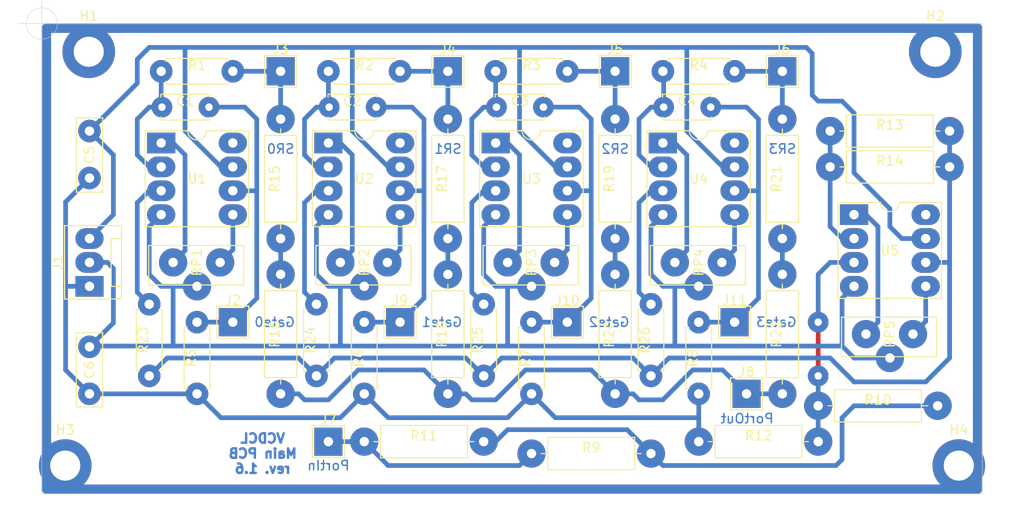
<source format=kicad_pcb>
(kicad_pcb (version 20171130) (host pcbnew 5.1.10-88a1d61d58~90~ubuntu20.04.1)
  (layers (0 F.Cu signal) (31 B.Cu signal) (34 B.Paste user) (35 F.Paste user) (36 B.SilkS user) (37 F.SilkS user) (38 B.Mask user) (39 F.Mask user) (44 Edge.Cuts user))
  (net 0 "")
  (net 1 Gate3)
  (net 2 Gate2)
  (net 3 Gate1)
  (net 4 Gate0)
  (net 5 SR3)
  (net 6 SR2)
  (net 7 SR1)
  (net 8 SR0)
  (net 9 V-)
  (net 10 V+)
  (net 11 Vref)
  (net 12 "Net-(C3-Pad2)")
  (net 13 "Net-(C4-Pad2)")
  (net 14 "Net-(RP1-Pad3)")
  (net 15 "Net-(RP1-Pad1)")
  (net 16 "Net-(RP2-Pad3)")
  (net 17 "Net-(RP2-Pad1)")
  (net 18 "Net-(RP3-Pad3)")
  (net 19 "Net-(RP3-Pad1)")
  (net 20 "Net-(RP4-Pad3)")
  (net 21 "Net-(RP4-Pad1)")
  (net 22 "Net-(C1-Pad2)")
  (net 23 "Net-(C2-Pad2)")
  (net 24 PortIn)
  (net 25 PortOut)
  (net 26 "Net-(R10-Pad2)")
  (net 27 "Net-(R10-Pad1)")
  (net 28 "Net-(R13-Pad2)")
  (net 29 "Net-(R15-Pad1)")
  (net 30 "Net-(R17-Pad1)")
  (net 31 "Net-(R19-Pad1)")
  (net 32 "Net-(R21-Pad1)")
  (net 33 "Net-(RP5-Pad3)")
  (net 34 "Net-(RP5-Pad1)")
  (net 35 GND)
  (net 36 "Net-(R23-Pad1)")
  (net 37 "Net-(R24-Pad1)")
  (net 38 "Net-(R25-Pad1)")
  (net 39 "Net-(R26-Pad1)")
  (module _сustom:Logo_Ozen_7.0x9.0 (layer F.Cu) (at 66.83 109.85)
    (fp_text reference G*** hide)
    (fp_text value LOGO hide)
  )
  (module _сustom:LUT_R_L6.3mm_D2.5mm_P7.62mm_Horizontal (layer F.Cu) (at 120.17 95.245 270)
    (fp_text reference R26 (at 3.81 0.635 90) (layer F.SilkS))
    (fp_text value 470)
    (pad 2 thru_hole oval (at 7.62 0 270) (size 2.4 2.4) (drill 1) (layers *.Cu *.Mask) (net 11 Vref))
    (pad 1 thru_hole oval (at 0 0 270) (size 2.4 2.4) (drill 1) (layers *.Cu *.Mask) (net 39 "Net-(R26-Pad1)"))
  )
  (module _сustom:LUT_R_L6.3mm_D2.5mm_P7.62mm_Horizontal (layer F.Cu) (at 102.39 95.245 270)
    (fp_text reference R25 (at 3.81 0.635 90) (layer F.SilkS))
    (fp_text value 470)
    (pad 2 thru_hole oval (at 7.62 0 270) (size 2.4 2.4) (drill 1) (layers *.Cu *.Mask) (net 11 Vref))
    (pad 1 thru_hole oval (at 0 0 270) (size 2.4 2.4) (drill 1) (layers *.Cu *.Mask) (net 38 "Net-(R25-Pad1)"))
  )
  (module _сustom:LUT_R_L6.3mm_D2.5mm_P7.62mm_Horizontal (layer F.Cu) (at 84.61 95.245 270)
    (fp_text reference R24 (at 3.81 0.635 90) (layer F.SilkS))
    (fp_text value 470)
    (pad 2 thru_hole oval (at 7.62 0 270) (size 2.4 2.4) (drill 1) (layers *.Cu *.Mask) (net 11 Vref))
    (pad 1 thru_hole oval (at 0 0 270) (size 2.4 2.4) (drill 1) (layers *.Cu *.Mask) (net 37 "Net-(R24-Pad1)"))
  )
  (module _сustom:LUT_R_L6.3mm_D2.5mm_P7.62mm_Horizontal (layer F.Cu) (at 66.83 95.245 270)
    (fp_text reference R23 (at 3.81 0.635 90) (layer F.SilkS))
    (fp_text value 470)
    (pad 2 thru_hole oval (at 7.62 0 270) (size 2.4 2.4) (drill 1) (layers *.Cu *.Mask) (net 11 Vref))
    (pad 1 thru_hole oval (at 0 0 270) (size 2.4 2.4) (drill 1) (layers *.Cu *.Mask) (net 36 "Net-(R23-Pad1)"))
  )
  (module MountingHole:MountingHole_3.2mm_M3_DIN965_Pad (layer F.Cu) (at 152.9 112.4)
    (fp_text reference H4 (at 0 -3.8) (layer F.SilkS))
    (fp_text value MountingHole_Pad)
    (pad 1 thru_hole circle (at 0 0) (size 5.6 5.6) (drill 3.2) (layers *.Cu *.Mask))
  )
  (module MountingHole:MountingHole_3.2mm_M3_DIN965_Pad (layer F.Cu) (at 57.9 112.4)
    (fp_text reference H3 (at 0 -3.8) (layer F.SilkS))
    (fp_text value MountingHole_Pad)
    (pad 1 thru_hole circle (at 0 0) (size 5.6 5.6) (drill 3.2) (layers *.Cu *.Mask))
  )
  (module MountingHole:MountingHole_3.2mm_M3_DIN965_Pad (layer F.Cu) (at 150.4 68.4)
    (fp_text reference H2 (at 0 -3.8) (layer F.SilkS))
    (fp_text value MountingHole_Pad)
    (pad 1 thru_hole circle (at 0 0) (size 5.6 5.6) (drill 3.2) (layers *.Cu *.Mask))
  )
  (module MountingHole:MountingHole_3.2mm_M3_DIN965_Pad (layer F.Cu) (at 60.4 68.4)
    (fp_text reference H1 (at 0 -3.8) (layer F.SilkS))
    (fp_text value MountingHole_Pad)
    (pad 1 thru_hole circle (at 0 0) (size 5.6 5.6) (drill 3.2) (layers *.Cu *.Mask))
  )
  (module _сustom:LUT_PinHeader_1x01_P2.54mm_Vertical (layer F.Cu) (at 129.06 97.15)
    (fp_text reference J11 (at 0 -2.33) (layer F.SilkS))
    (fp_text value Conn_01x01_Male)
    (pad 1 thru_hole rect (at 0 0) (size 3 3) (drill 1) (layers *.Cu *.Mask) (net 1 Gate3))
  )
  (module _сustom:LUT_PinHeader_1x01_P2.54mm_Vertical (layer F.Cu) (at 111.28 97.15)
    (fp_text reference J10 (at 0 -2.33) (layer F.SilkS))
    (fp_text value Conn_01x01_Male)
    (pad 1 thru_hole rect (at 0 0) (size 3 3) (drill 1) (layers *.Cu *.Mask) (net 2 Gate2))
  )
  (module _сustom:LUT_PinHeader_1x01_P2.54mm_Vertical (layer F.Cu) (at 93.5 97.15)
    (fp_text reference J9 (at 0 -2.33) (layer F.SilkS))
    (fp_text value Conn_01x01_Male)
    (pad 1 thru_hole rect (at 0 0) (size 3 3) (drill 1) (layers *.Cu *.Mask) (net 3 Gate1))
  )
  (module _сustom:LUT_PinHeader_1x01_P2.54mm_Vertical (layer F.Cu) (at 75.72 97.15)
    (fp_text reference J2 (at 0 -2.33) (layer F.SilkS))
    (fp_text value Conn_01x01_Male)
    (pad 1 thru_hole rect (at 0 0) (size 3 3) (drill 1) (layers *.Cu *.Mask) (net 4 Gate0))
  )
  (module _сustom:LUT_DIP-8 (layer F.Cu) (at 141.76 85.72)
    (fp_text reference U5 (at 3.81 3.81) (layer F.SilkS))
    (fp_text value LM741)
    (pad 8 thru_hole oval (at 7.62 0) (size 3 2.2) (drill 1) (layers *.Cu *.Mask))
    (pad 4 thru_hole oval (at 0 7.62) (size 3 2.2) (drill 1) (layers *.Cu *.Mask) (net 9 V-))
    (pad 7 thru_hole oval (at 7.62 2.54) (size 3 2.2) (drill 1) (layers *.Cu *.Mask) (net 10 V+))
    (pad 3 thru_hole oval (at 0 5.08) (size 3 2.2) (drill 1) (layers *.Cu *.Mask) (net 27 "Net-(R10-Pad1)"))
    (pad 6 thru_hole oval (at 7.62 5.08) (size 3 2.2) (drill 1) (layers *.Cu *.Mask) (net 11 Vref))
    (pad 2 thru_hole oval (at 0 2.54) (size 3 2.2) (drill 1) (layers *.Cu *.Mask) (net 28 "Net-(R13-Pad2)"))
    (pad 5 thru_hole oval (at 7.62 7.62) (size 3 2.2) (drill 1) (layers *.Cu *.Mask) (net 33 "Net-(RP5-Pad3)"))
    (pad 1 thru_hole rect (at 0 0) (size 3 2.2) (drill 1) (layers *.Cu *.Mask) (net 34 "Net-(RP5-Pad1)"))
  )
  (module _сustom:LUT_DIP-8 (layer F.Cu) (at 121.44 78.1)
    (fp_text reference U4 (at 3.81 3.81) (layer F.SilkS))
    (fp_text value LM741)
    (pad 8 thru_hole oval (at 7.62 0) (size 3 2.2) (drill 1) (layers *.Cu *.Mask))
    (pad 4 thru_hole oval (at 0 7.62) (size 3 2.2) (drill 1) (layers *.Cu *.Mask) (net 9 V-))
    (pad 7 thru_hole oval (at 7.62 2.54) (size 3 2.2) (drill 1) (layers *.Cu *.Mask) (net 10 V+))
    (pad 3 thru_hole oval (at 0 5.08) (size 3 2.2) (drill 1) (layers *.Cu *.Mask) (net 39 "Net-(R26-Pad1)"))
    (pad 6 thru_hole oval (at 7.62 5.08) (size 3 2.2) (drill 1) (layers *.Cu *.Mask) (net 1 Gate3))
    (pad 2 thru_hole oval (at 0 2.54) (size 3 2.2) (drill 1) (layers *.Cu *.Mask) (net 13 "Net-(C4-Pad2)"))
    (pad 5 thru_hole oval (at 7.62 7.62) (size 3 2.2) (drill 1) (layers *.Cu *.Mask) (net 20 "Net-(RP4-Pad3)"))
    (pad 1 thru_hole rect (at 0 0) (size 3 2.2) (drill 1) (layers *.Cu *.Mask) (net 21 "Net-(RP4-Pad1)"))
  )
  (module _сustom:LUT_DIP-8 (layer F.Cu) (at 103.66 78.1)
    (fp_text reference U3 (at 3.81 3.81) (layer F.SilkS))
    (fp_text value LM741)
    (pad 8 thru_hole oval (at 7.62 0) (size 3 2.2) (drill 1) (layers *.Cu *.Mask))
    (pad 4 thru_hole oval (at 0 7.62) (size 3 2.2) (drill 1) (layers *.Cu *.Mask) (net 9 V-))
    (pad 7 thru_hole oval (at 7.62 2.54) (size 3 2.2) (drill 1) (layers *.Cu *.Mask) (net 10 V+))
    (pad 3 thru_hole oval (at 0 5.08) (size 3 2.2) (drill 1) (layers *.Cu *.Mask) (net 38 "Net-(R25-Pad1)"))
    (pad 6 thru_hole oval (at 7.62 5.08) (size 3 2.2) (drill 1) (layers *.Cu *.Mask) (net 2 Gate2))
    (pad 2 thru_hole oval (at 0 2.54) (size 3 2.2) (drill 1) (layers *.Cu *.Mask) (net 12 "Net-(C3-Pad2)"))
    (pad 5 thru_hole oval (at 7.62 7.62) (size 3 2.2) (drill 1) (layers *.Cu *.Mask) (net 18 "Net-(RP3-Pad3)"))
    (pad 1 thru_hole rect (at 0 0) (size 3 2.2) (drill 1) (layers *.Cu *.Mask) (net 19 "Net-(RP3-Pad1)"))
  )
  (module _сustom:LUT_DIP-8 (layer F.Cu) (at 85.88 78.1)
    (fp_text reference U2 (at 3.81 3.81) (layer F.SilkS))
    (fp_text value LM741)
    (pad 8 thru_hole oval (at 7.62 0) (size 3 2.2) (drill 1) (layers *.Cu *.Mask))
    (pad 4 thru_hole oval (at 0 7.62) (size 3 2.2) (drill 1) (layers *.Cu *.Mask) (net 9 V-))
    (pad 7 thru_hole oval (at 7.62 2.54) (size 3 2.2) (drill 1) (layers *.Cu *.Mask) (net 10 V+))
    (pad 3 thru_hole oval (at 0 5.08) (size 3 2.2) (drill 1) (layers *.Cu *.Mask) (net 37 "Net-(R24-Pad1)"))
    (pad 6 thru_hole oval (at 7.62 5.08) (size 3 2.2) (drill 1) (layers *.Cu *.Mask) (net 3 Gate1))
    (pad 2 thru_hole oval (at 0 2.54) (size 3 2.2) (drill 1) (layers *.Cu *.Mask) (net 23 "Net-(C2-Pad2)"))
    (pad 5 thru_hole oval (at 7.62 7.62) (size 3 2.2) (drill 1) (layers *.Cu *.Mask) (net 16 "Net-(RP2-Pad3)"))
    (pad 1 thru_hole rect (at 0 0) (size 3 2.2) (drill 1) (layers *.Cu *.Mask) (net 17 "Net-(RP2-Pad1)"))
  )
  (module _сustom:LUT_DIP-8 (layer F.Cu) (at 68.1 78.1)
    (fp_text reference U1 (at 3.81 3.81) (layer F.SilkS))
    (fp_text value LM741)
    (pad 8 thru_hole oval (at 7.62 0) (size 3 2.2) (drill 1) (layers *.Cu *.Mask))
    (pad 4 thru_hole oval (at 0 7.62) (size 3 2.2) (drill 1) (layers *.Cu *.Mask) (net 9 V-))
    (pad 7 thru_hole oval (at 7.62 2.54) (size 3 2.2) (drill 1) (layers *.Cu *.Mask) (net 10 V+))
    (pad 3 thru_hole oval (at 0 5.08) (size 3 2.2) (drill 1) (layers *.Cu *.Mask) (net 36 "Net-(R23-Pad1)"))
    (pad 6 thru_hole oval (at 7.62 5.08) (size 3 2.2) (drill 1) (layers *.Cu *.Mask) (net 4 Gate0))
    (pad 2 thru_hole oval (at 0 2.54) (size 3 2.2) (drill 1) (layers *.Cu *.Mask) (net 22 "Net-(C1-Pad2)"))
    (pad 5 thru_hole oval (at 7.62 7.62) (size 3 2.2) (drill 1) (layers *.Cu *.Mask) (net 14 "Net-(RP1-Pad3)"))
    (pad 1 thru_hole rect (at 0 0) (size 3 2.2) (drill 1) (layers *.Cu *.Mask) (net 15 "Net-(RP1-Pad1)"))
  )
  (module _сustom:LUT_Potentiometer_SP3_Vertical (layer F.Cu) (at 143.03 98.42 270)
    (fp_text reference RP5 (at 0 -2.54 90) (layer F.SilkS))
    (fp_text value 6.8k)
    (pad 3 thru_hole circle (at 0 -5 270) (size 3 3) (drill 1) (layers *.Cu *.Mask) (net 33 "Net-(RP5-Pad3)"))
    (pad 2 thru_hole circle (at 2.54 -2.54 270) (size 3 3) (drill 1) (layers *.Cu *.Mask) (net 9 V-))
    (pad 1 thru_hole circle (at 0 0 270) (size 3 3) (drill 1) (layers *.Cu *.Mask) (net 34 "Net-(RP5-Pad1)"))
  )
  (module _сustom:LUT_R_L9.0mm_D3.2mm_P12.70mm_Horizontal (layer F.Cu) (at 134.14 104.77 90)
    (fp_text reference R22 (at 6.35 -0.635 90) (layer F.SilkS))
    (fp_text value "20k 0.1%")
    (pad 2 thru_hole circle (at 12.7 0 90) (size 3 3) (drill 1) (layers *.Cu *.Mask) (net 32 "Net-(R21-Pad1)"))
    (pad 1 thru_hole circle (at 0 0 90) (size 3 3) (drill 1) (layers *.Cu *.Mask) (net 25 PortOut))
  )
  (module _сustom:LUT_R_L9.0mm_D3.2mm_P12.70mm_Horizontal (layer F.Cu) (at 134.14 88.26 90)
    (fp_text reference R21 (at 6.35 -0.635 90) (layer F.SilkS))
    (fp_text value "20k 0.1%")
    (pad 2 thru_hole circle (at 12.7 0 90) (size 3 3) (drill 1) (layers *.Cu *.Mask) (net 5 SR3))
    (pad 1 thru_hole circle (at 0 0 90) (size 3 3) (drill 1) (layers *.Cu *.Mask) (net 32 "Net-(R21-Pad1)"))
  )
  (module _сustom:LUT_R_L9.0mm_D3.2mm_P12.70mm_Horizontal (layer F.Cu) (at 116.36 104.77 90)
    (fp_text reference R20 (at 6.35 -0.635 90) (layer F.SilkS))
    (fp_text value "20k 0.1%")
    (pad 2 thru_hole circle (at 12.7 0 90) (size 3 3) (drill 1) (layers *.Cu *.Mask) (net 31 "Net-(R19-Pad1)"))
    (pad 1 thru_hole circle (at 0 0 90) (size 3 3) (drill 1) (layers *.Cu *.Mask) (net 25 PortOut))
  )
  (module _сustom:LUT_R_L9.0mm_D3.2mm_P12.70mm_Horizontal (layer F.Cu) (at 116.36 88.26 90)
    (fp_text reference R19 (at 6.35 -0.635 90) (layer F.SilkS))
    (fp_text value "20k 0.1%")
    (pad 2 thru_hole circle (at 12.7 0 90) (size 3 3) (drill 1) (layers *.Cu *.Mask) (net 6 SR2))
    (pad 1 thru_hole circle (at 0 0 90) (size 3 3) (drill 1) (layers *.Cu *.Mask) (net 31 "Net-(R19-Pad1)"))
  )
  (module _сustom:LUT_R_L9.0mm_D3.2mm_P12.70mm_Horizontal (layer F.Cu) (at 98.58 104.77 90)
    (fp_text reference R18 (at 6.35 -0.635 90) (layer F.SilkS))
    (fp_text value "20k 0.1%")
    (pad 2 thru_hole circle (at 12.7 0 90) (size 3 3) (drill 1) (layers *.Cu *.Mask) (net 30 "Net-(R17-Pad1)"))
    (pad 1 thru_hole circle (at 0 0 90) (size 3 3) (drill 1) (layers *.Cu *.Mask) (net 25 PortOut))
  )
  (module _сustom:LUT_R_L9.0mm_D3.2mm_P12.70mm_Horizontal (layer F.Cu) (at 98.58 88.26 90)
    (fp_text reference R17 (at 6.35 -0.635 90) (layer F.SilkS))
    (fp_text value "20k 0.1%")
    (pad 2 thru_hole circle (at 12.7 0 90) (size 3 3) (drill 1) (layers *.Cu *.Mask) (net 7 SR1))
    (pad 1 thru_hole circle (at 0 0 90) (size 3 3) (drill 1) (layers *.Cu *.Mask) (net 30 "Net-(R17-Pad1)"))
  )
  (module _сustom:LUT_R_L9.0mm_D3.2mm_P12.70mm_Horizontal (layer F.Cu) (at 80.8 104.77 90)
    (fp_text reference R16 (at 6.35 -0.635 90) (layer F.SilkS))
    (fp_text value "20k 0.1%")
    (pad 2 thru_hole circle (at 12.7 0 90) (size 3 3) (drill 1) (layers *.Cu *.Mask) (net 29 "Net-(R15-Pad1)"))
    (pad 1 thru_hole circle (at 0 0 90) (size 3 3) (drill 1) (layers *.Cu *.Mask) (net 25 PortOut))
  )
  (module _сustom:LUT_R_L9.0mm_D3.2mm_P12.70mm_Horizontal (layer F.Cu) (at 80.8 88.26 90)
    (fp_text reference R15 (at 6.35 -0.635 90) (layer F.SilkS))
    (fp_text value "20k 0.1%")
    (pad 2 thru_hole circle (at 12.7 0 90) (size 3 3) (drill 1) (layers *.Cu *.Mask) (net 8 SR0))
    (pad 1 thru_hole circle (at 0 0 90) (size 3 3) (drill 1) (layers *.Cu *.Mask) (net 29 "Net-(R15-Pad1)"))
  )
  (module _сustom:LUT_R_L9.0mm_D3.2mm_P12.70mm_Horizontal (layer F.Cu) (at 151.92 80.64 180)
    (fp_text reference R14 (at 6.35 0.635) (layer F.SilkS))
    (fp_text value "1800 0.1%")
    (pad 2 thru_hole circle (at 12.7 0 180) (size 3 3) (drill 1) (layers *.Cu *.Mask) (net 28 "Net-(R13-Pad2)"))
    (pad 1 thru_hole circle (at 0 0 180) (size 3 3) (drill 1) (layers *.Cu *.Mask) (net 11 Vref))
  )
  (module _сustom:LUT_R_L9.0mm_D3.2mm_P12.70mm_Horizontal (layer F.Cu) (at 151.92 76.83 180)
    (fp_text reference R13 (at 6.35 0.635) (layer F.SilkS))
    (fp_text value "1800 0.1%")
    (pad 2 thru_hole circle (at 12.7 0 180) (size 3 3) (drill 1) (layers *.Cu *.Mask) (net 28 "Net-(R13-Pad2)"))
    (pad 1 thru_hole circle (at 0 0 180) (size 3 3) (drill 1) (layers *.Cu *.Mask) (net 11 Vref))
  )
  (module _сustom:LUT_R_L9.0mm_D3.2mm_P12.70mm_Horizontal (layer F.Cu) (at 137.95 109.85 180)
    (fp_text reference R12 (at 6.35 0.635) (layer F.SilkS))
    (fp_text value "1k 0.1%")
    (pad 2 thru_hole circle (at 12.7 0 180) (size 3 3) (drill 1) (layers *.Cu *.Mask) (net 35 GND))
    (pad 1 thru_hole circle (at 0 0 180) (size 3 3) (drill 1) (layers *.Cu *.Mask) (net 27 "Net-(R10-Pad1)"))
  )
  (module _сustom:LUT_R_L9.0mm_D3.2mm_P12.70mm_Horizontal (layer F.Cu) (at 102.39 109.85 180)
    (fp_text reference R11 (at 6.35 0.635) (layer F.SilkS))
    (fp_text value "16k 0.1%")
    (pad 2 thru_hole circle (at 12.7 0 180) (size 3 3) (drill 1) (layers *.Cu *.Mask) (net 24 PortIn))
    (pad 1 thru_hole circle (at 0 0 180) (size 3 3) (drill 1) (layers *.Cu *.Mask) (net 26 "Net-(R10-Pad2)"))
  )
  (module _сustom:LUT_R_L9.0mm_D3.2mm_P12.70mm_Horizontal (layer F.Cu) (at 137.95 106.04)
    (fp_text reference R10 (at 6.35 -0.635) (layer F.SilkS))
    (fp_text value "1k 0.1%")
    (pad 2 thru_hole circle (at 12.7 0) (size 3 3) (drill 1) (layers *.Cu *.Mask) (net 26 "Net-(R10-Pad2)"))
    (pad 1 thru_hole circle (at 0 0) (size 3 3) (drill 1) (layers *.Cu *.Mask) (net 27 "Net-(R10-Pad1)"))
  )
  (module _сustom:LUT_R_L9.0mm_D3.2mm_P12.70mm_Horizontal (layer F.Cu) (at 120.17 111.12 180)
    (fp_text reference R9 (at 6.35 0.635) (layer F.SilkS))
    (fp_text value "16k 0.1%")
    (pad 2 thru_hole circle (at 12.7 0 180) (size 3 3) (drill 1) (layers *.Cu *.Mask) (net 24 PortIn))
    (pad 1 thru_hole circle (at 0 0 180) (size 3 3) (drill 1) (layers *.Cu *.Mask) (net 26 "Net-(R10-Pad2)"))
  )
  (module _сustom:LUT_R_L6.3mm_D2.5mm_P7.62mm_Horizontal (layer F.Cu) (at 71.91 97.15 270)
    (fp_text reference R5 (at 3.81 0.635 90) (layer F.SilkS))
    (fp_text value 100k)
    (pad 2 thru_hole oval (at 7.62 0 270) (size 2.4 2.4) (drill 1) (layers *.Cu *.Mask) (net 35 GND))
    (pad 1 thru_hole oval (at 0 0 270) (size 2.4 2.4) (drill 1) (layers *.Cu *.Mask) (net 4 Gate0))
  )
  (module _сustom:LUT_R_L6.3mm_D2.5mm_P7.62mm_Horizontal (layer F.Cu) (at 121.44 70.48)
    (fp_text reference R4 (at 3.81 -0.635) (layer F.SilkS))
    (fp_text value 470)
    (pad 2 thru_hole oval (at 7.62 0) (size 2.4 2.4) (drill 1) (layers *.Cu *.Mask) (net 5 SR3))
    (pad 1 thru_hole oval (at 0 0) (size 2.4 2.4) (drill 1) (layers *.Cu *.Mask) (net 13 "Net-(C4-Pad2)"))
  )
  (module _сustom:LUT_R_L6.3mm_D2.5mm_P7.62mm_Horizontal (layer F.Cu) (at 103.66 70.48)
    (fp_text reference R3 (at 3.81 -0.635) (layer F.SilkS))
    (fp_text value 470)
    (pad 2 thru_hole oval (at 7.62 0) (size 2.4 2.4) (drill 1) (layers *.Cu *.Mask) (net 6 SR2))
    (pad 1 thru_hole oval (at 0 0) (size 2.4 2.4) (drill 1) (layers *.Cu *.Mask) (net 12 "Net-(C3-Pad2)"))
  )
  (module _сustom:LUT_R_L6.3mm_D2.5mm_P7.62mm_Horizontal (layer F.Cu) (at 85.88 70.48)
    (fp_text reference R2 (at 3.81 -0.635) (layer F.SilkS))
    (fp_text value 470)
    (pad 2 thru_hole oval (at 7.62 0) (size 2.4 2.4) (drill 1) (layers *.Cu *.Mask) (net 7 SR1))
    (pad 1 thru_hole oval (at 0 0) (size 2.4 2.4) (drill 1) (layers *.Cu *.Mask) (net 23 "Net-(C2-Pad2)"))
  )
  (module _сustom:LUT_R_L6.3mm_D2.5mm_P7.62mm_Horizontal (layer F.Cu) (at 68.1 70.48)
    (fp_text reference R1 (at 3.81 -0.635) (layer F.SilkS))
    (fp_text value 470)
    (pad 2 thru_hole oval (at 7.62 0) (size 2.4 2.4) (drill 1) (layers *.Cu *.Mask) (net 8 SR0))
    (pad 1 thru_hole oval (at 0 0) (size 2.4 2.4) (drill 1) (layers *.Cu *.Mask) (net 22 "Net-(C1-Pad2)"))
  )
  (module _сustom:LUT_PinHeader_1x01_P2.54mm_Vertical (layer F.Cu) (at 130.33 104.77)
    (fp_text reference J8 (at 0 -2.33) (layer F.SilkS))
    (fp_text value Conn_01x01_Male)
    (pad 1 thru_hole rect (at 0 0) (size 3 3) (drill 1) (layers *.Cu *.Mask) (net 25 PortOut))
  )
  (module _сustom:LUT_PinHeader_1x01_P2.54mm_Vertical (layer F.Cu) (at 85.88 109.85)
    (fp_text reference J7 (at 0 -2.33) (layer F.SilkS))
    (fp_text value Conn_01x01_Male)
    (pad 1 thru_hole rect (at 0 0) (size 3 3) (drill 1) (layers *.Cu *.Mask) (net 24 PortIn))
  )
  (module _сustom:LUT_PinHeader_1x01_P2.54mm_Vertical (layer F.Cu) (at 134.14 70.48)
    (fp_text reference J6 (at 0 -2.33) (layer F.SilkS))
    (fp_text value Conn_01x01_Male)
    (pad 1 thru_hole rect (at 0 0) (size 3 3) (drill 1) (layers *.Cu *.Mask) (net 5 SR3))
  )
  (module _сustom:LUT_PinHeader_1x01_P2.54mm_Vertical (layer F.Cu) (at 116.36 70.48)
    (fp_text reference J5 (at 0 -2.33) (layer F.SilkS))
    (fp_text value Conn_01x01_Male)
    (pad 1 thru_hole rect (at 0 0) (size 3 3) (drill 1) (layers *.Cu *.Mask) (net 6 SR2))
  )
  (module _сustom:LUT_PinHeader_1x01_P2.54mm_Vertical (layer F.Cu) (at 98.58 70.48)
    (fp_text reference J4 (at 0 -2.33) (layer F.SilkS))
    (fp_text value Conn_01x01_Male)
    (pad 1 thru_hole rect (at 0 0) (size 3 3) (drill 1) (layers *.Cu *.Mask) (net 7 SR1))
  )
  (module _сustom:LUT_PinHeader_1x01_P2.54mm_Vertical (layer F.Cu) (at 80.8 70.48)
    (fp_text reference J3 (at 0 -2.33) (layer F.SilkS))
    (fp_text value Conn_01x01_Male)
    (pad 1 thru_hole rect (at 0 0) (size 3 3) (drill 1) (layers *.Cu *.Mask) (net 8 SR0))
  )
  (module _сustom:LUT_FanPinHeader_1x03_P2.54mm_Vertical (layer F.Cu) (at 60.48 93.34 90)
    (fp_text reference J1 (at 2.5 -3.4 90) (layer F.SilkS))
    (fp_text value Conn_01x03_Male)
    (pad 1 thru_hole rect (at 0 0 180) (size 3 2.2) (drill 1) (layers *.Cu *.Mask) (net 35 GND))
    (pad 2 thru_hole oval (at 2.54 0 180) (size 3 2.2) (drill 1) (layers *.Cu *.Mask) (net 9 V-))
    (pad 3 thru_hole oval (at 5.08 0 180) (size 3 2.2) (drill 1) (layers *.Cu *.Mask) (net 10 V+))
  )
  (module _сustom:LUT_C_Rect_H7.0mm_W2.0mm_P5.00mm (layer F.Cu) (at 60.48 104.77 90)
    (fp_text reference C6 (at 2.54 0 90) (layer F.SilkS))
    (fp_text value 0.22uF)
    (pad 1 thru_hole circle (at 0 0 90) (size 2.4 2.4) (drill 1) (layers *.Cu *.Mask) (net 35 GND))
    (pad 2 thru_hole circle (at 5 0 90) (size 2.4 2.4) (drill 1) (layers *.Cu *.Mask) (net 9 V-))
  )
  (module _сustom:LUT_C_Rect_H7.0mm_W2.0mm_P5.00mm (layer F.Cu) (at 60.48 76.83 270)
    (fp_text reference C5 (at 2.54 0 90) (layer F.SilkS))
    (fp_text value 0.22uF)
    (pad 1 thru_hole circle (at 0 0 270) (size 2.4 2.4) (drill 1) (layers *.Cu *.Mask) (net 10 V+))
    (pad 2 thru_hole circle (at 5 0 270) (size 2.4 2.4) (drill 1) (layers *.Cu *.Mask) (net 35 GND))
  )
  (module _сustom:LUT_C_Disc_D5.0mm_W2.5mm_P5.00mm (layer F.Cu) (at 90.96 74.29 180)
    (fp_text reference C2 (at 2.54 0.635) (layer F.SilkS))
    (fp_text value 6.8nF)
    (pad 2 thru_hole circle (at 5 0 180) (size 2.2 2.2) (drill 0.8) (layers *.Cu *.Mask) (net 23 "Net-(C2-Pad2)"))
    (pad 1 thru_hole circle (at 0 0 180) (size 2.2 2.2) (drill 0.8) (layers *.Cu *.Mask) (net 3 Gate1))
  )
  (module _сustom:LUT_C_Disc_D5.0mm_W2.5mm_P5.00mm (layer F.Cu) (at 73.18 74.29 180)
    (fp_text reference C1 (at 2.54 0.635) (layer F.SilkS))
    (fp_text value 6.8nF)
    (pad 2 thru_hole circle (at 5 0 180) (size 2.2 2.2) (drill 0.8) (layers *.Cu *.Mask) (net 22 "Net-(C1-Pad2)"))
    (pad 1 thru_hole circle (at 0 0 180) (size 2.2 2.2) (drill 0.8) (layers *.Cu *.Mask) (net 4 Gate0))
  )
  (module _сustom:LUT_C_Disc_D5.0mm_W2.5mm_P5.00mm (layer F.Cu) (at 126.52 74.29 180)
    (fp_text reference C4 (at 2.54 0.635) (layer F.SilkS))
    (fp_text value 6.8nF)
    (pad 2 thru_hole circle (at 5 0 180) (size 2.2 2.2) (drill 0.8) (layers *.Cu *.Mask) (net 13 "Net-(C4-Pad2)"))
    (pad 1 thru_hole circle (at 0 0 180) (size 2.2 2.2) (drill 0.8) (layers *.Cu *.Mask) (net 1 Gate3))
  )
  (module _сustom:LUT_C_Disc_D5.0mm_W2.5mm_P5.00mm (layer F.Cu) (at 108.74 74.29 180)
    (fp_text reference C3 (at 2.5 0.635) (layer F.SilkS))
    (fp_text value 6.8nF)
    (pad 2 thru_hole circle (at 5 0 180) (size 2.2 2.2) (drill 0.8) (layers *.Cu *.Mask) (net 12 "Net-(C3-Pad2)"))
    (pad 1 thru_hole circle (at 0 0 180) (size 2.2 2.2) (drill 0.8) (layers *.Cu *.Mask) (net 2 Gate2))
  )
  (module _сustom:LUT_Potentiometer_SP3_Vertical (layer F.Cu) (at 122.71 90.8 270)
    (fp_text reference RP4 (at 0 -2.54 90) (layer F.SilkS))
    (fp_text value 6.8k)
    (pad 3 thru_hole circle (at 0 -5 270) (size 3 3) (drill 1) (layers *.Cu *.Mask) (net 20 "Net-(RP4-Pad3)"))
    (pad 2 thru_hole circle (at 2.54 -2.54 270) (size 3 3) (drill 1) (layers *.Cu *.Mask) (net 9 V-))
    (pad 1 thru_hole circle (at 0 0 270) (size 3 3) (drill 1) (layers *.Cu *.Mask) (net 21 "Net-(RP4-Pad1)"))
  )
  (module _сustom:LUT_Potentiometer_SP3_Vertical (layer F.Cu) (at 104.93 90.8 270)
    (fp_text reference RP3 (at 0 -2.54 90) (layer F.SilkS))
    (fp_text value 6.8k)
    (pad 3 thru_hole circle (at 0 -5 270) (size 3 3) (drill 1) (layers *.Cu *.Mask) (net 18 "Net-(RP3-Pad3)"))
    (pad 2 thru_hole circle (at 2.54 -2.54 270) (size 3 3) (drill 1) (layers *.Cu *.Mask) (net 9 V-))
    (pad 1 thru_hole circle (at 0 0 270) (size 3 3) (drill 1) (layers *.Cu *.Mask) (net 19 "Net-(RP3-Pad1)"))
  )
  (module _сustom:LUT_Potentiometer_SP3_Vertical (layer F.Cu) (at 87.15 90.8 270)
    (fp_text reference RP2 (at 0 -2.54 90) (layer F.SilkS))
    (fp_text value 6.8k)
    (pad 3 thru_hole circle (at 0 -5 270) (size 3 3) (drill 1) (layers *.Cu *.Mask) (net 16 "Net-(RP2-Pad3)"))
    (pad 2 thru_hole circle (at 2.54 -2.54 270) (size 3 3) (drill 1) (layers *.Cu *.Mask) (net 9 V-))
    (pad 1 thru_hole circle (at 0 0 270) (size 3 3) (drill 1) (layers *.Cu *.Mask) (net 17 "Net-(RP2-Pad1)"))
  )
  (module _сustom:LUT_Potentiometer_SP3_Vertical (layer F.Cu) (at 69.37 90.8 270)
    (fp_text reference RP1 (at 0 -2.54 90) (layer F.SilkS))
    (fp_text value 6.8k)
    (pad 3 thru_hole circle (at 0 -5 270) (size 3 3) (drill 1) (layers *.Cu *.Mask) (net 14 "Net-(RP1-Pad3)"))
    (pad 2 thru_hole circle (at 2.54 -2.54 270) (size 3 3) (drill 1) (layers *.Cu *.Mask) (net 9 V-))
    (pad 1 thru_hole circle (at 0 0 270) (size 3 3) (drill 1) (layers *.Cu *.Mask) (net 15 "Net-(RP1-Pad1)"))
  )
  (module _сustom:LUT_R_L6.3mm_D2.5mm_P7.62mm_Horizontal (layer F.Cu) (at 125.25 97.15 270)
    (fp_text reference R8 (at 3.81 0.635 90) (layer F.SilkS))
    (fp_text value 100k)
    (pad 2 thru_hole oval (at 7.62 0 270) (size 2.4 2.4) (drill 1) (layers *.Cu *.Mask) (net 35 GND))
    (pad 1 thru_hole oval (at 0 0 270) (size 2.4 2.4) (drill 1) (layers *.Cu *.Mask) (net 1 Gate3))
  )
  (module _сustom:LUT_R_L6.3mm_D2.5mm_P7.62mm_Horizontal (layer F.Cu) (at 107.47 97.15 270)
    (fp_text reference R7 (at 3.81 0.635 90) (layer F.SilkS))
    (fp_text value 100k)
    (pad 2 thru_hole oval (at 7.62 0 270) (size 2.4 2.4) (drill 1) (layers *.Cu *.Mask) (net 35 GND))
    (pad 1 thru_hole oval (at 0 0 270) (size 2.4 2.4) (drill 1) (layers *.Cu *.Mask) (net 2 Gate2))
  )
  (module _сustom:LUT_R_L6.3mm_D2.5mm_P7.62mm_Horizontal (layer F.Cu) (at 89.69 97.15 270)
    (fp_text reference R6 (at 3.81 0.635 90) (layer F.SilkS))
    (fp_text value 100k)
    (pad 2 thru_hole oval (at 7.62 0 270) (size 2.4 2.4) (drill 1) (layers *.Cu *.Mask) (net 35 GND))
    (pad 1 thru_hole oval (at 0 0 270) (size 2.4 2.4) (drill 1) (layers *.Cu *.Mask) (net 3 Gate1))
  )
  (gr_line (start 154.9 65.9) (end 154.9 114.9) (layer B.Cu) (width 1))
  (gr_line (start 55.9 65.9) (end 154.9 65.9) (layer B.Cu) (width 1))
  (gr_line (start 55.9 114.9) (end 154.9 114.9) (layer B.Cu) (width 1))
  (gr_line (start 55.9 114.9) (end 55.9 65.9) (layer B.Cu) (width 1))
  (gr_text SR3 (at 134.14 78.735) (layer B.Cu) (effects (font (size 1 1)) (justify mirror)))
  (gr_text SR2 (at 116.36 78.735) (layer B.Cu) (effects (font (size 1 1)) (justify mirror)))
  (gr_text SR1 (at 98.58 78.735) (layer B.Cu) (effects (font (size 1 1)) (justify mirror)))
  (gr_text SR0 (at 80.8 78.735) (layer B.Cu) (effects (font (size 1 1)) (justify mirror)))
  (gr_text Gate0 (at 80.165 97.15) (layer B.Cu) (effects (font (size 1 1)) (justify mirror)))
  (gr_text Gate1 (at 97.945 97.15) (layer B.Cu) (effects (font (size 1 1)) (justify mirror)))
  (gr_text Gate2 (at 115.725 97.15) (layer B.Cu) (effects (font (size 1 1)) (justify mirror)))
  (gr_text Gate3 (at 133.505 97.15) (layer B.Cu) (effects (font (size 1 1)) (justify mirror)))
  (gr_text PortOut (at 130.4 107.4) (layer B.Cu) (effects (font (size 1 1)) (justify mirror)))
  (gr_text PortIn (at 85.88 112.39) (layer B.Cu) (effects (font (size 1 1)) (justify mirror)))
  (target plus (at 55.4 65.4) (size 5) (width 0.05) (layer Edge.Cuts))
  (gr_circle (center 57.9 112.4) (end 55.9 112.4) (layer B.Cu) (width 0.5))
  (gr_circle (center 60.4 68.4) (end 58.4 68.4) (layer B.Cu) (width 0.5))
  (gr_circle (center 150.4 68.4) (end 148.4 68.4) (layer B.Cu) (width 0.5))
  (gr_circle (center 152.9 112.4) (end 150.9 112.4) (layer B.Cu) (width 0.5))
  (gr_text "VCDCL\nMain PCB\nrev. 1.6" (at 78.895 111.12) (layer B.Cu) (effects (font (size 1 1) (thickness 0.25)) (justify mirror)))
  (gr_line (start 155.4 65.4) (end 55.4 65.4) (layer Edge.Cuts) (width 0.05))
  (gr_line (start 155.4 65.4) (end 155.4 115.4) (layer Edge.Cuts) (width 0.05))
  (gr_line (start 55.4 115.4) (end 55.4 65.4) (layer Edge.Cuts) (width 0.05))
  (gr_line (start 155.4 115.4) (end 55.4 115.4) (layer Edge.Cuts) (width 0.05))
  (segment (start 126.52 74.29) (end 130.33 74.29) (width 0.5) (layer B.Cu) (net 1))
  (segment (start 130.33 74.29) (end 131.6 75.56) (width 0.5) (layer B.Cu) (net 1))
  (segment (start 131.6 75.56) (end 131.6 94.61) (width 0.5) (layer B.Cu) (net 1))
  (segment (start 131.6 94.61) (end 129.06 97.15) (width 0.5) (layer B.Cu) (net 1))
  (segment (start 129.06 83.18) (end 131.6 83.18) (width 0.5) (layer B.Cu) (net 1))
  (segment (start 125.25 97.15) (end 129.06 97.15) (width 0.5) (layer B.Cu) (net 1))
  (segment (start 108.74 74.29) (end 112.55 74.29) (width 0.5) (layer B.Cu) (net 2))
  (segment (start 112.55 74.29) (end 113.82 75.56) (width 0.5) (layer B.Cu) (net 2))
  (segment (start 113.82 94.61) (end 111.28 97.15) (width 0.5) (layer B.Cu) (net 2))
  (segment (start 111.28 83.18) (end 113.82 83.18) (width 0.5) (layer B.Cu) (net 2))
  (segment (start 113.82 83.18) (end 113.82 94.61) (width 0.5) (layer B.Cu) (net 2))
  (segment (start 113.82 75.56) (end 113.82 83.18) (width 0.5) (layer B.Cu) (net 2))
  (segment (start 107.47 97.15) (end 111.28 97.15) (width 0.5) (layer B.Cu) (net 2))
  (segment (start 90.96 74.29) (end 94.77 74.29) (width 0.5) (layer B.Cu) (net 3))
  (segment (start 94.77 74.29) (end 96.04 75.56) (width 0.5) (layer B.Cu) (net 3))
  (segment (start 96.04 75.56) (end 96.04 94.61) (width 0.5) (layer B.Cu) (net 3))
  (segment (start 96.04 94.61) (end 93.5 97.15) (width 0.5) (layer B.Cu) (net 3))
  (segment (start 93.5 83.18) (end 96.04 83.18) (width 0.5) (layer B.Cu) (net 3))
  (segment (start 89.69 97.15) (end 93.5 97.15) (width 0.5) (layer B.Cu) (net 3))
  (segment (start 73.18 74.29) (end 76.99 74.29) (width 0.5) (layer B.Cu) (net 4))
  (segment (start 76.99 74.29) (end 78.26 75.56) (width 0.5) (layer B.Cu) (net 4))
  (segment (start 76.99 83.18) (end 75.72 83.18) (width 0.5) (layer B.Cu) (net 4))
  (segment (start 78.26 94.61) (end 75.72 97.15) (width 0.5) (layer B.Cu) (net 4))
  (segment (start 71.91 97.15) (end 75.72 97.15) (width 0.5) (layer B.Cu) (net 4))
  (segment (start 75.72 83.18) (end 78.26 83.18) (width 0.5) (layer B.Cu) (net 4))
  (segment (start 78.26 83.18) (end 78.26 94.61) (width 0.5) (layer B.Cu) (net 4))
  (segment (start 78.26 75.56) (end 78.26 83.18) (width 0.5) (layer B.Cu) (net 4))
  (segment (start 129.06 70.48) (end 134.14 70.48) (width 0.5) (layer B.Cu) (net 5))
  (segment (start 134.14 75.56) (end 134.14 70.48) (width 0.5) (layer B.Cu) (net 5))
  (segment (start 111.28 70.48) (end 116.36 70.48) (width 0.5) (layer B.Cu) (net 6))
  (segment (start 116.36 75.56) (end 116.36 70.48) (width 0.5) (layer B.Cu) (net 6))
  (segment (start 93.5 70.48) (end 98.58 70.48) (width 0.5) (layer B.Cu) (net 7))
  (segment (start 98.58 75.56) (end 98.58 70.48) (width 0.5) (layer B.Cu) (net 7))
  (segment (start 80.8 70.48) (end 80.8 75.56) (width 0.5) (layer B.Cu) (net 8))
  (segment (start 75.72 70.48) (end 80.8 70.48) (width 0.5) (layer B.Cu) (net 8))
  (segment (start 66.83 86.99) (end 68.1 85.72) (width 0.5) (layer B.Cu) (net 9))
  (segment (start 85.88 85.72) (end 84.61 86.99) (width 0.5) (layer B.Cu) (net 9))
  (segment (start 84.61 86.99) (end 84.61 92.07) (width 0.5) (layer B.Cu) (net 9))
  (segment (start 84.61 92.07) (end 85.88 93.34) (width 0.5) (layer B.Cu) (net 9))
  (segment (start 87.15 93.34) (end 87.15 99.69) (width 0.5) (layer B.Cu) (net 9))
  (segment (start 87.15 99.69) (end 101.12 99.69) (width 0.5) (layer B.Cu) (net 9))
  (segment (start 85.88 93.34) (end 87.15 93.34) (width 0.5) (layer B.Cu) (net 9))
  (segment (start 87.15 93.34) (end 89.69 93.34) (width 0.5) (layer B.Cu) (net 9))
  (segment (start 103.66 85.72) (end 102.39 86.99) (width 0.5) (layer B.Cu) (net 9))
  (segment (start 102.39 86.99) (end 102.39 92.07) (width 0.5) (layer B.Cu) (net 9))
  (segment (start 102.39 92.07) (end 103.66 93.34) (width 0.5) (layer B.Cu) (net 9))
  (segment (start 104.93 93.34) (end 104.93 99.69) (width 0.5) (layer B.Cu) (net 9))
  (segment (start 104.93 99.69) (end 117.63 99.69) (width 0.5) (layer B.Cu) (net 9))
  (segment (start 103.66 93.34) (end 104.93 93.34) (width 0.5) (layer B.Cu) (net 9))
  (segment (start 101.12 99.69) (end 104.93 99.69) (width 0.5) (layer B.Cu) (net 9))
  (segment (start 104.93 93.34) (end 107.47 93.34) (width 0.5) (layer B.Cu) (net 9))
  (segment (start 121.44 85.72) (end 120.17 86.99) (width 0.5) (layer B.Cu) (net 9))
  (segment (start 120.17 86.99) (end 120.17 92.07) (width 0.5) (layer B.Cu) (net 9))
  (segment (start 120.17 92.07) (end 121.44 93.34) (width 0.5) (layer B.Cu) (net 9))
  (segment (start 122.71 99.69) (end 122.71 93.34) (width 0.5) (layer B.Cu) (net 9))
  (segment (start 122.71 93.34) (end 125.25 93.34) (width 0.5) (layer B.Cu) (net 9))
  (segment (start 121.44 93.34) (end 122.71 93.34) (width 0.5) (layer B.Cu) (net 9))
  (segment (start 117.63 99.69) (end 122.71 99.69) (width 0.5) (layer B.Cu) (net 9))
  (segment (start 122.71 99.69) (end 135.41 99.69) (width 0.5) (layer B.Cu) (net 9))
  (segment (start 66.83 86.99) (end 66.83 92.07) (width 0.5) (layer B.Cu) (net 9))
  (segment (start 66.83 92.07) (end 68.1 93.34) (width 0.5) (layer B.Cu) (net 9))
  (segment (start 87.15 99.69) (end 69.37 99.69) (width 0.5) (layer B.Cu) (net 9))
  (segment (start 69.37 99.69) (end 69.37 93.34) (width 0.5) (layer B.Cu) (net 9))
  (segment (start 69.37 93.34) (end 71.91 93.34) (width 0.5) (layer B.Cu) (net 9))
  (segment (start 68.1 93.34) (end 69.37 93.34) (width 0.5) (layer B.Cu) (net 9))
  (segment (start 69.37 99.69) (end 64.29 99.69) (width 0.5) (layer B.Cu) (net 9))
  (segment (start 60.56 99.69) (end 60.48 99.77) (width 0.5) (layer B.Cu) (net 9))
  (segment (start 64.29 99.69) (end 60.56 99.69) (width 0.5) (layer B.Cu) (net 9))
  (segment (start 145.57 100.96) (end 141.76 100.96) (width 0.5) (layer B.Cu) (net 9))
  (segment (start 141.76 100.96) (end 140.49 99.69) (width 0.5) (layer B.Cu) (net 9))
  (segment (start 140.49 99.69) (end 140.49 94.61) (width 0.5) (layer B.Cu) (net 9))
  (segment (start 140.49 94.61) (end 141.76 93.34) (width 0.5) (layer B.Cu) (net 9))
  (segment (start 135.41 99.69) (end 140.49 99.69) (width 0.5) (layer B.Cu) (net 9))
  (segment (start 63.02 91.435) (end 63.02 97.23) (width 0.5) (layer B.Cu) (net 9))
  (segment (start 62.385 90.8) (end 63.02 91.435) (width 0.5) (layer B.Cu) (net 9))
  (segment (start 63.02 97.23) (end 60.48 99.77) (width 0.5) (layer B.Cu) (net 9))
  (segment (start 60.48 90.8) (end 62.385 90.8) (width 0.5) (layer B.Cu) (net 9))
  (segment (start 75.72 80.64) (end 74.45 80.64) (width 0.5) (layer B.Cu) (net 10))
  (segment (start 74.45 80.64) (end 70.64 76.83) (width 0.5) (layer B.Cu) (net 10))
  (segment (start 70.64 76.83) (end 70.64 70.48) (width 0.5) (layer B.Cu) (net 10))
  (segment (start 93.5 80.64) (end 92.23 80.64) (width 0.5) (layer B.Cu) (net 10))
  (segment (start 92.23 80.64) (end 88.42 76.83) (width 0.5) (layer B.Cu) (net 10))
  (segment (start 88.42 76.83) (end 88.42 70.48) (width 0.5) (layer B.Cu) (net 10))
  (segment (start 111.28 80.64) (end 110.01 80.64) (width 0.5) (layer B.Cu) (net 10))
  (segment (start 110.01 80.64) (end 106.2 76.83) (width 0.5) (layer B.Cu) (net 10))
  (segment (start 106.2 76.83) (end 106.2 70.48) (width 0.5) (layer B.Cu) (net 10))
  (segment (start 70.64 70.48) (end 70.64 67.94) (width 0.5) (layer B.Cu) (net 10))
  (segment (start 88.42 70.48) (end 88.42 67.94) (width 0.5) (layer B.Cu) (net 10))
  (segment (start 106.2 70.48) (end 106.2 67.94) (width 0.5) (layer B.Cu) (net 10))
  (segment (start 106.2 67.94) (end 66.83 67.94) (width 0.5) (layer B.Cu) (net 10))
  (segment (start 66.83 67.94) (end 65.56 69.21) (width 0.5) (layer B.Cu) (net 10))
  (segment (start 123.98 76.83) (end 123.98 69.21) (width 0.5) (layer B.Cu) (net 10))
  (segment (start 127.79 80.64) (end 123.98 76.83) (width 0.5) (layer B.Cu) (net 10))
  (segment (start 123.98 69.21) (end 123.98 67.94) (width 0.5) (layer B.Cu) (net 10))
  (segment (start 129.06 80.64) (end 127.79 80.64) (width 0.5) (layer B.Cu) (net 10))
  (segment (start 106.2 67.94) (end 123.98 67.94) (width 0.5) (layer B.Cu) (net 10))
  (segment (start 145.57 86.99) (end 146.84 88.26) (width 0.5) (layer B.Cu) (net 10))
  (segment (start 145.57 85.085) (end 145.57 86.99) (width 0.5) (layer B.Cu) (net 10))
  (segment (start 140.49 73.655) (end 141.76 74.925) (width 0.5) (layer B.Cu) (net 10))
  (segment (start 137.95 73.655) (end 140.49 73.655) (width 0.5) (layer B.Cu) (net 10))
  (segment (start 137.315 73.02) (end 137.95 73.655) (width 0.5) (layer B.Cu) (net 10))
  (segment (start 141.76 74.925) (end 141.76 81.275) (width 0.5) (layer B.Cu) (net 10))
  (segment (start 137.315 68.575) (end 137.315 73.02) (width 0.5) (layer B.Cu) (net 10))
  (segment (start 136.68 67.94) (end 137.315 68.575) (width 0.5) (layer B.Cu) (net 10))
  (segment (start 146.84 88.26) (end 149.38 88.26) (width 0.5) (layer B.Cu) (net 10))
  (segment (start 141.76 81.275) (end 145.57 85.085) (width 0.5) (layer B.Cu) (net 10))
  (segment (start 123.98 67.94) (end 136.68 67.94) (width 0.5) (layer B.Cu) (net 10))
  (segment (start 65.56 69.21) (end 65.56 71.75) (width 0.5) (layer B.Cu) (net 10))
  (segment (start 65.56 71.75) (end 60.48 76.83) (width 0.5) (layer B.Cu) (net 10))
  (segment (start 60.48 76.83) (end 63.02 79.37) (width 0.5) (layer B.Cu) (net 10))
  (segment (start 63.02 85.72) (end 60.48 88.26) (width 0.5) (layer B.Cu) (net 10))
  (segment (start 63.02 79.37) (end 63.02 85.72) (width 0.5) (layer B.Cu) (net 10))
  (segment (start 66.83 102.23) (end 66.83 102.23) (width 0.5) (layer B.Cu) (net 11))
  (segment (start 149.38 90.8) (end 151.92 90.8) (width 0.5) (layer B.Cu) (net 11))
  (segment (start 100.485 100.96) (end 102.39 102.865) (width 0.5) (layer B.Cu) (net 11))
  (segment (start 100.485 100.96) (end 86.515 100.96) (width 0.5) (layer B.Cu) (net 11))
  (segment (start 86.515 100.96) (end 84.61 102.865) (width 0.5) (layer B.Cu) (net 11))
  (segment (start 84.61 102.865) (end 82.705 100.96) (width 0.5) (layer B.Cu) (net 11))
  (segment (start 66.83 102.865) (end 68.735 100.96) (width 0.5) (layer B.Cu) (net 11))
  (segment (start 68.735 100.96) (end 82.705 100.96) (width 0.5) (layer B.Cu) (net 11))
  (segment (start 118.265 100.96) (end 120.17 102.865) (width 0.5) (layer B.Cu) (net 11))
  (segment (start 104.295 100.96) (end 118.265 100.96) (width 0.5) (layer B.Cu) (net 11))
  (segment (start 102.39 102.865) (end 104.295 100.96) (width 0.5) (layer B.Cu) (net 11))
  (segment (start 151.92 99.69) (end 151.92 76.83) (width 0.5) (layer B.Cu) (net 11))
  (segment (start 151.92 100.96) (end 151.92 99.69) (width 0.5) (layer B.Cu) (net 11))
  (segment (start 149.38 103.5) (end 151.92 100.96) (width 0.5) (layer B.Cu) (net 11))
  (segment (start 139.22 100.96) (end 141.76 103.5) (width 0.5) (layer B.Cu) (net 11))
  (segment (start 122.075 100.96) (end 139.22 100.96) (width 0.5) (layer B.Cu) (net 11))
  (segment (start 141.76 103.5) (end 149.38 103.5) (width 0.5) (layer B.Cu) (net 11))
  (segment (start 120.17 102.865) (end 122.075 100.96) (width 0.5) (layer B.Cu) (net 11))
  (segment (start 103.66 74.21) (end 103.74 74.29) (width 0.5) (layer B.Cu) (net 12))
  (segment (start 103.66 70.48) (end 103.66 74.21) (width 0.5) (layer B.Cu) (net 12))
  (segment (start 103.74 74.29) (end 102.39 74.29) (width 0.5) (layer B.Cu) (net 12))
  (segment (start 102.39 74.29) (end 101.12 75.56) (width 0.5) (layer B.Cu) (net 12))
  (segment (start 101.12 75.56) (end 101.12 79.37) (width 0.5) (layer B.Cu) (net 12))
  (segment (start 102.39 80.64) (end 103.66 80.64) (width 0.5) (layer B.Cu) (net 12))
  (segment (start 101.12 79.37) (end 102.39 80.64) (width 0.5) (layer B.Cu) (net 12))
  (segment (start 121.52 70.56) (end 121.44 70.48) (width 0.5) (layer B.Cu) (net 13))
  (segment (start 121.52 74.29) (end 121.52 70.56) (width 0.5) (layer B.Cu) (net 13))
  (segment (start 121.52 74.29) (end 120.17 74.29) (width 0.5) (layer B.Cu) (net 13))
  (segment (start 120.17 74.29) (end 118.9 75.56) (width 0.5) (layer B.Cu) (net 13))
  (segment (start 118.9 75.56) (end 118.9 79.37) (width 0.5) (layer B.Cu) (net 13))
  (segment (start 120.17 80.64) (end 121.44 80.64) (width 0.5) (layer B.Cu) (net 13))
  (segment (start 118.9 79.37) (end 120.17 80.64) (width 0.5) (layer B.Cu) (net 13))
  (segment (start 75.72 89.45) (end 74.37 90.8) (width 0.5) (layer B.Cu) (net 14))
  (segment (start 75.72 85.72) (end 75.72 89.45) (width 0.5) (layer B.Cu) (net 14))
  (segment (start 70.64 89.53) (end 69.37 90.8) (width 0.5) (layer B.Cu) (net 15))
  (segment (start 70.64 79.37) (end 70.64 89.53) (width 0.5) (layer B.Cu) (net 15))
  (segment (start 69.37 78.1) (end 70.64 79.37) (width 0.5) (layer B.Cu) (net 15))
  (segment (start 68.1 78.1) (end 69.37 78.1) (width 0.5) (layer B.Cu) (net 15))
  (segment (start 93.5 89.45) (end 92.15 90.8) (width 0.5) (layer B.Cu) (net 16))
  (segment (start 93.5 85.72) (end 93.5 89.45) (width 0.5) (layer B.Cu) (net 16))
  (segment (start 85.88 78.1) (end 87.15 78.1) (width 0.5) (layer B.Cu) (net 17))
  (segment (start 87.15 78.1) (end 88.42 79.37) (width 0.5) (layer B.Cu) (net 17))
  (segment (start 88.42 79.37) (end 88.42 89.53) (width 0.5) (layer B.Cu) (net 17))
  (segment (start 88.42 89.53) (end 87.15 90.8) (width 0.5) (layer B.Cu) (net 17))
  (segment (start 111.28 89.45) (end 109.93 90.8) (width 0.5) (layer B.Cu) (net 18))
  (segment (start 111.28 85.72) (end 111.28 89.45) (width 0.5) (layer B.Cu) (net 18))
  (segment (start 103.66 78.1) (end 104.93 78.1) (width 0.5) (layer B.Cu) (net 19))
  (segment (start 104.93 78.1) (end 106.2 79.37) (width 0.5) (layer B.Cu) (net 19))
  (segment (start 106.2 79.37) (end 106.2 89.53) (width 0.5) (layer B.Cu) (net 19))
  (segment (start 106.2 89.53) (end 104.93 90.8) (width 0.5) (layer B.Cu) (net 19))
  (segment (start 129.06 89.45) (end 127.71 90.8) (width 0.5) (layer B.Cu) (net 20))
  (segment (start 129.06 85.72) (end 129.06 89.45) (width 0.5) (layer B.Cu) (net 20))
  (segment (start 121.44 78.1) (end 122.71 78.1) (width 0.5) (layer B.Cu) (net 21))
  (segment (start 122.71 78.1) (end 123.98 79.37) (width 0.5) (layer B.Cu) (net 21))
  (segment (start 123.98 79.37) (end 123.98 89.53) (width 0.5) (layer B.Cu) (net 21))
  (segment (start 123.98 89.53) (end 122.71 90.8) (width 0.5) (layer B.Cu) (net 21))
  (segment (start 68.1 74.21) (end 68.18 74.29) (width 0.5) (layer B.Cu) (net 22))
  (segment (start 68.1 70.48) (end 68.1 74.21) (width 0.5) (layer B.Cu) (net 22))
  (segment (start 68.18 74.29) (end 66.83 74.29) (width 0.5) (layer B.Cu) (net 22))
  (segment (start 66.83 74.29) (end 65.56 75.56) (width 0.5) (layer B.Cu) (net 22))
  (segment (start 65.56 75.56) (end 65.56 79.37) (width 0.5) (layer B.Cu) (net 22))
  (segment (start 66.83 80.64) (end 68.1 80.64) (width 0.5) (layer B.Cu) (net 22))
  (segment (start 65.56 79.37) (end 66.83 80.64) (width 0.5) (layer B.Cu) (net 22))
  (segment (start 85.88 74.21) (end 85.96 74.29) (width 0.5) (layer B.Cu) (net 23))
  (segment (start 85.88 70.48) (end 85.88 74.21) (width 0.5) (layer B.Cu) (net 23))
  (segment (start 85.96 74.29) (end 84.61 74.29) (width 0.5) (layer B.Cu) (net 23))
  (segment (start 84.61 74.29) (end 83.34 75.56) (width 0.5) (layer B.Cu) (net 23))
  (segment (start 83.34 75.56) (end 83.34 79.37) (width 0.5) (layer B.Cu) (net 23))
  (segment (start 84.61 80.64) (end 85.88 80.64) (width 0.5) (layer B.Cu) (net 23))
  (segment (start 83.34 79.37) (end 84.61 80.64) (width 0.5) (layer B.Cu) (net 23))
  (segment (start 85.88 109.85) (end 89.69 109.85) (width 0.5) (layer B.Cu) (net 24))
  (segment (start 89.69 109.85) (end 92.23 112.39) (width 0.5) (layer B.Cu) (net 24))
  (segment (start 106.2 112.39) (end 107.47 111.12) (width 0.5) (layer B.Cu) (net 24))
  (segment (start 92.23 112.39) (end 106.2 112.39) (width 0.5) (layer B.Cu) (net 24))
  (segment (start 134.14 104.77) (end 130.33 104.77) (width 0.5) (layer B.Cu) (net 25))
  (segment (start 80.8 104.77) (end 82.705 104.77) (width 0.5) (layer B.Cu) (net 25))
  (segment (start 82.705 104.77) (end 83.34 105.405) (width 0.5) (layer B.Cu) (net 25))
  (segment (start 83.34 105.405) (end 85.88 105.405) (width 0.5) (layer B.Cu) (net 25))
  (segment (start 85.88 105.405) (end 89.055 102.23) (width 0.5) (layer B.Cu) (net 25))
  (segment (start 89.055 102.23) (end 96.04 102.23) (width 0.5) (layer B.Cu) (net 25))
  (segment (start 96.04 102.23) (end 98.58 104.77) (width 0.5) (layer B.Cu) (net 25))
  (segment (start 98.58 104.77) (end 100.485 104.77) (width 0.5) (layer B.Cu) (net 25))
  (segment (start 100.485 104.77) (end 101.12 105.405) (width 0.5) (layer B.Cu) (net 25))
  (segment (start 101.12 105.405) (end 103.66 105.405) (width 0.5) (layer B.Cu) (net 25))
  (segment (start 103.66 105.405) (end 106.835 102.23) (width 0.5) (layer B.Cu) (net 25))
  (segment (start 106.835 102.23) (end 113.82 102.23) (width 0.5) (layer B.Cu) (net 25))
  (segment (start 113.82 102.23) (end 116.36 104.77) (width 0.5) (layer B.Cu) (net 25))
  (segment (start 116.36 104.77) (end 118.265 104.77) (width 0.5) (layer B.Cu) (net 25))
  (segment (start 118.265 104.77) (end 118.9 105.405) (width 0.5) (layer B.Cu) (net 25))
  (segment (start 118.9 105.405) (end 121.44 105.405) (width 0.5) (layer B.Cu) (net 25))
  (segment (start 121.44 105.405) (end 124.615 102.23) (width 0.5) (layer B.Cu) (net 25))
  (segment (start 124.615 102.23) (end 127.79 102.23) (width 0.5) (layer B.Cu) (net 25))
  (segment (start 127.79 102.23) (end 130.33 104.77) (width 0.5) (layer B.Cu) (net 25))
  (segment (start 102.39 109.85) (end 103.66 109.85) (width 0.5) (layer B.Cu) (net 26))
  (segment (start 103.66 109.85) (end 104.93 108.58) (width 0.5) (layer B.Cu) (net 26))
  (segment (start 117.63 108.58) (end 120.17 111.12) (width 0.5) (layer B.Cu) (net 26))
  (segment (start 104.93 108.58) (end 117.63 108.58) (width 0.5) (layer B.Cu) (net 26))
  (segment (start 140.49 107.31) (end 141.76 106.04) (width 0.5) (layer B.Cu) (net 26))
  (segment (start 140.49 111.755) (end 140.49 107.31) (width 0.5) (layer B.Cu) (net 26))
  (segment (start 141.76 106.04) (end 150.65 106.04) (width 0.5) (layer B.Cu) (net 26))
  (segment (start 139.855 112.39) (end 140.49 111.755) (width 0.5) (layer B.Cu) (net 26))
  (segment (start 121.44 112.39) (end 139.855 112.39) (width 0.5) (layer B.Cu) (net 26))
  (segment (start 120.17 111.12) (end 121.44 112.39) (width 0.5) (layer B.Cu) (net 26))
  (segment (start 141.76 90.8) (end 140.49 90.8) (width 0.5) (layer B.Cu) (net 27))
  (segment (start 140.49 90.8) (end 139.22 90.8) (width 0.5) (layer B.Cu) (net 27))
  (segment (start 139.22 90.8) (end 137.95 92.07) (width 0.5) (layer B.Cu) (net 27))
  (segment (start 137.95 109.85) (end 137.95 102.865) (width 0.5) (layer B.Cu) (net 27))
  (segment (start 137.95 102.865) (end 137.95 102.865) (width 0.5) (layer B.Cu) (net 27))
  (via (at 137.95 102.865) (size 2.2) (drill 0.8) (layers F.Cu B.Cu) (net 27))
  (segment (start 137.95 102.865) (end 137.95 97.15) (width 0.5) (layer F.Cu) (net 27))
  (segment (start 137.95 92.07) (end 137.95 97.15) (width 0.5) (layer B.Cu) (net 27))
  (via (at 137.95 97.15) (size 2.2) (drill 0.8) (layers F.Cu B.Cu) (net 27))
  (segment (start 137.95 97.15) (end 137.95 97.15) (width 0.5) (layer B.Cu) (net 27))
  (segment (start 139.22 76.83) (end 139.22 86.99) (width 0.5) (layer B.Cu) (net 28))
  (segment (start 140.49 88.26) (end 141.76 88.26) (width 0.5) (layer B.Cu) (net 28))
  (segment (start 139.22 86.99) (end 140.49 88.26) (width 0.5) (layer B.Cu) (net 28))
  (segment (start 80.8 88.26) (end 80.8 92.07) (width 0.5) (layer B.Cu) (net 29))
  (segment (start 98.58 88.26) (end 98.58 92.07) (width 0.5) (layer B.Cu) (net 30))
  (segment (start 116.36 88.26) (end 116.36 92.07) (width 0.5) (layer B.Cu) (net 31))
  (segment (start 134.14 88.26) (end 134.14 92.07) (width 0.5) (layer B.Cu) (net 32))
  (segment (start 149.38 97.07) (end 148.03 98.42) (width 0.5) (layer B.Cu) (net 33))
  (segment (start 149.38 93.34) (end 149.38 97.07) (width 0.5) (layer B.Cu) (net 33))
  (segment (start 141.76 85.72) (end 143.03 85.72) (width 0.5) (layer B.Cu) (net 34))
  (segment (start 143.03 85.72) (end 144.3 86.99) (width 0.5) (layer B.Cu) (net 34))
  (segment (start 144.3 86.99) (end 144.3 97.15) (width 0.5) (layer B.Cu) (net 34))
  (segment (start 144.3 97.15) (end 143.03 98.42) (width 0.5) (layer B.Cu) (net 34))
  (segment (start 71.91 104.77) (end 74.45 107.31) (width 0.5) (layer B.Cu) (net 35))
  (segment (start 125.25 104.77) (end 125.25 107.31) (width 0.5) (layer B.Cu) (net 35))
  (segment (start 60.48 93.34) (end 59.21 93.34) (width 0.5) (layer B.Cu) (net 35))
  (segment (start 125.25 109.85) (end 125.25 107.31) (width 0.5) (layer B.Cu) (net 35))
  (segment (start 60.41 81.9) (end 60.48 81.83) (width 0.5) (layer B.Cu) (net 35))
  (segment (start 60.48 81.83) (end 57.94 84.37) (width 0.5) (layer B.Cu) (net 35))
  (segment (start 57.94 102.23) (end 60.48 104.77) (width 0.5) (layer B.Cu) (net 35))
  (segment (start 60.48 93.34) (end 57.94 93.34) (width 0.5) (layer B.Cu) (net 35))
  (segment (start 57.94 93.34) (end 57.94 102.23) (width 0.5) (layer B.Cu) (net 35))
  (segment (start 57.94 84.37) (end 57.94 93.34) (width 0.5) (layer B.Cu) (net 35))
  (segment (start 74.45 107.31) (end 87.15 107.31) (width 0.5) (layer B.Cu) (net 35))
  (segment (start 87.15 107.31) (end 89.69 104.77) (width 0.5) (layer B.Cu) (net 35))
  (segment (start 89.69 104.77) (end 92.23 107.31) (width 0.5) (layer B.Cu) (net 35))
  (segment (start 92.23 107.31) (end 104.93 107.31) (width 0.5) (layer B.Cu) (net 35))
  (segment (start 104.93 107.31) (end 107.47 104.77) (width 0.5) (layer B.Cu) (net 35))
  (segment (start 107.47 104.77) (end 110.01 107.31) (width 0.5) (layer B.Cu) (net 35))
  (segment (start 110.01 107.31) (end 125.25 107.31) (width 0.5) (layer B.Cu) (net 35))
  (segment (start 60.48 104.77) (end 71.91 104.77) (width 0.5) (layer B.Cu) (net 35))
  (segment (start 65.56 84.45) (end 65.56 93.975) (width 0.5) (layer B.Cu) (net 36))
  (segment (start 66.83 83.18) (end 65.56 84.45) (width 0.5) (layer B.Cu) (net 36))
  (segment (start 68.1 83.18) (end 66.83 83.18) (width 0.5) (layer B.Cu) (net 36))
  (segment (start 65.56 93.975) (end 66.83 95.245) (width 0.5) (layer B.Cu) (net 36))
  (segment (start 83.34 93.975) (end 84.61 95.245) (width 0.5) (layer B.Cu) (net 37))
  (segment (start 84.61 83.18) (end 83.34 84.45) (width 0.5) (layer B.Cu) (net 37))
  (segment (start 83.34 84.45) (end 83.34 93.975) (width 0.5) (layer B.Cu) (net 37))
  (segment (start 85.88 83.18) (end 84.61 83.18) (width 0.5) (layer B.Cu) (net 37))
  (segment (start 101.12 93.975) (end 102.39 95.245) (width 0.5) (layer B.Cu) (net 38))
  (segment (start 101.12 84.45) (end 101.12 93.975) (width 0.5) (layer B.Cu) (net 38))
  (segment (start 102.39 83.18) (end 101.12 84.45) (width 0.5) (layer B.Cu) (net 38))
  (segment (start 103.66 83.18) (end 102.39 83.18) (width 0.5) (layer B.Cu) (net 38))
  (segment (start 118.9 93.975) (end 120.17 95.245) (width 0.5) (layer B.Cu) (net 39))
  (segment (start 120.17 83.18) (end 118.9 84.45) (width 0.5) (layer B.Cu) (net 39))
  (segment (start 118.9 84.45) (end 118.9 93.975) (width 0.5) (layer B.Cu) (net 39))
  (segment (start 121.44 83.18) (end 120.17 83.18) (width 0.5) (layer B.Cu) (net 39))
)
</source>
